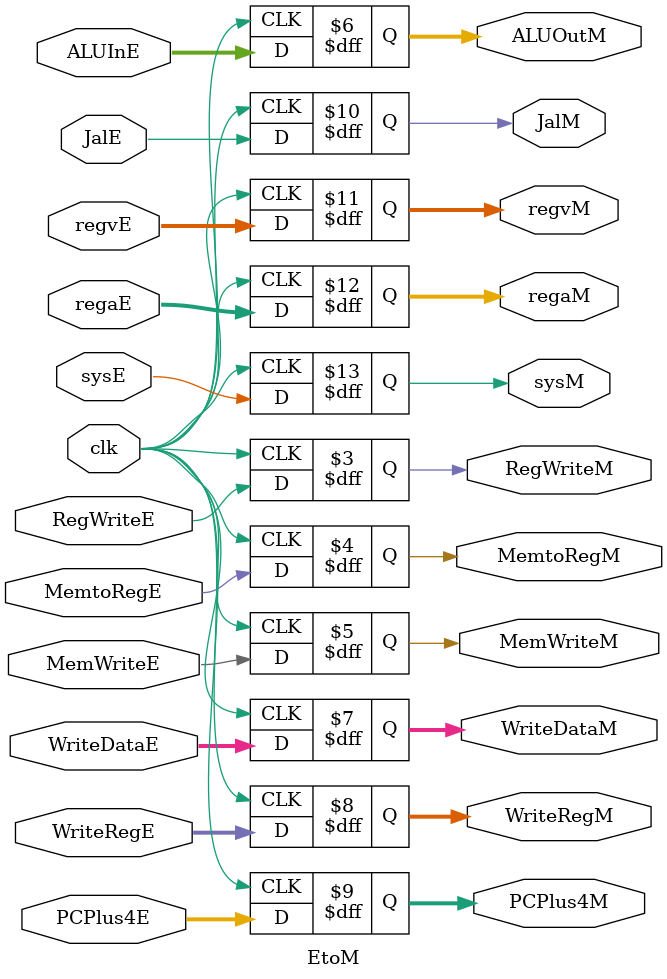
<source format=v>
module EtoM(clk, RegWriteE, MemtoRegE, MemWriteE, ALUInE, WriteDataE, WriteRegE, PCPlus4E, JalE, sysE, regvE, regaE, RegWriteM, MemtoRegM, MemWriteM, ALUOutM, WriteDataM, WriteRegM, PCPlus4M, JalM, sysM, regvM, regaM); 

    input clk;
    input RegWriteE;
    input MemtoRegE;
    input MemWriteE;
    input [31:0] ALUInE;
    input [31:0] WriteDataE;
    input [4:0] WriteRegE;
    input [31:0] PCPlus4E;
    input JalE;
    input [31:0] regvE;
    input [31:0] regaE;
    input sysE;

    output reg RegWriteM;
    output reg MemtoRegM;
    output reg MemWriteM;
    output reg [31:0] ALUOutM;
    output reg [31:0] WriteDataM;
    output reg [4:0] WriteRegM;
    output reg [31:0] PCPlus4M;
    output reg JalM;
    output reg [31:0] regvM;
    output reg [31:0] regaM;
    output reg sysM;
    
    initial begin 
        RegWriteM = 0;
        MemtoRegM = 0;
        MemWriteM = 0;
        ALUOutM = 0;
        WriteDataM = 0;
        WriteRegM = 0;
        PCPlus4M = 0;
        JalM = 0;
		regvM = 0;
        regaM = 0;
        sysM = 0;

    end 

    always@(posedge clk)
    begin      
        RegWriteM <= RegWriteE;
        MemtoRegM <= MemtoRegE;
        MemWriteM <= MemWriteE;
        ALUOutM <= ALUInE;
        WriteDataM <= WriteDataE;
        WriteRegM <= WriteRegE;
        PCPlus4M <= PCPlus4E;
        JalM <= JalE;
		regvM <= regvE;
        regaM <= regaE;
        sysM <= sysE;

    end

endmodule

</source>
